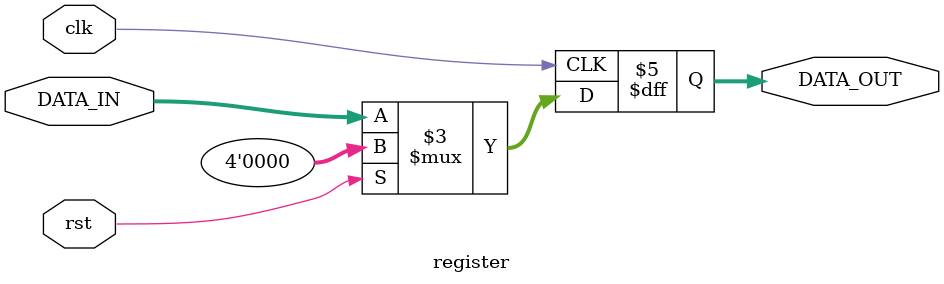
<source format=v>
/***************************************************************************
***                                                                      ***
*** EE 526 L Experiment #9                 Steven Hernandez, Fall, 2023 ***
***                                                                      ***
*** Experiment #9 Sum of products		                               ***
***                                                                      ***
****************************************************************************
*** Filename: register.v       Created by Steven Hernandez, 11/20/23          ***
***                                                                      ***
****************************************************************************
*** This module is for a register which is used for lowest level         ***
****************************************************************************/

`timescale 1 ns / 1 ns
module register(clk, DATA_IN, DATA_OUT,rst);
	parameter DATA_WIDTH = 4;
	
	input clk;	
	input rst;
	input wire [DATA_WIDTH-1:0] DATA_IN;
	output reg [DATA_WIDTH-1:0] DATA_OUT;

	always@(posedge clk) begin
	 if (rst)begin
		DATA_OUT <= 0;
 	end 
		else begin
		DATA_OUT <= DATA_IN;
	end 
end
endmodule 

</source>
